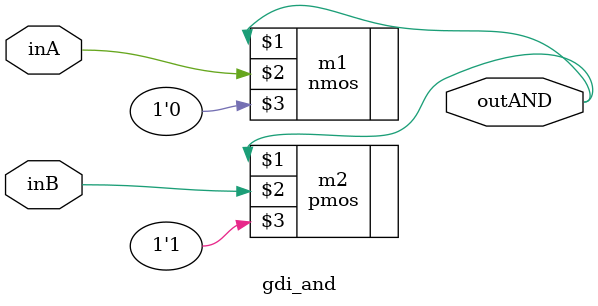
<source format=v>
`timescale 1ns/1ps

module gdi_and(
    input inA,
    input inB,
    output outAND
);

  nmos #(2) m1 (outAND, inA, 1'b0);
  pmos #(2) m2 (outAND, inB, 1'b1);

endmodule

</source>
